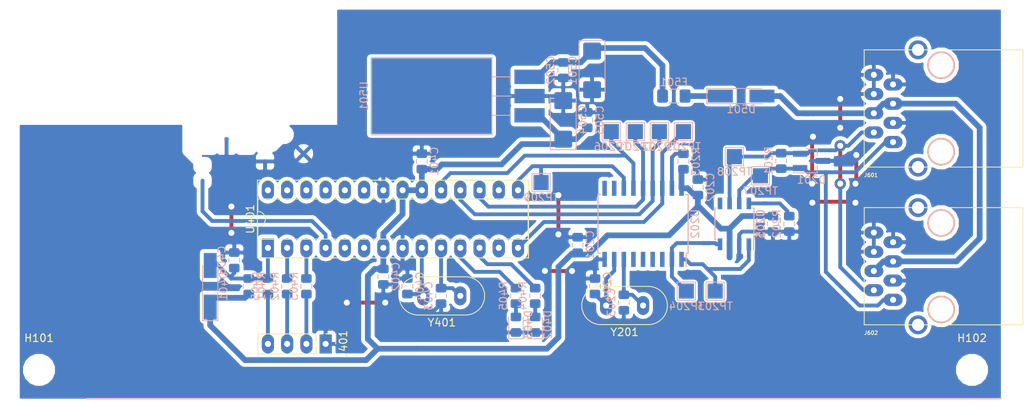
<source format=kicad_pcb>
(kicad_pcb (version 20171130) (host pcbnew 5.0.1)
  (layers (0 F.Cu jumper) (31 B.Cu signal) (34 B.Paste user) (35 F.Paste user) (36 B.SilkS user) (37 F.SilkS user) (38 B.Mask user) (39 F.Mask user) (44 Edge.Cuts user))
  (net 0 "")
  (net 1 GND)
  (net 2 +5V)
  (net 3 /MCU/RESET)
  (net 4 "Net-(C203-Pad1)")
  (net 5 "Net-(C204-Pad1)")
  (net 6 "Net-(C403-Pad1)")
  (net 7 "Net-(C404-Pad1)")
  (net 8 "Net-(C405-Pad2)")
  (net 9 /MCU/LED2)
  (net 10 /MCU/LED1)
  (net 11 "Net-(D501-Pad1)")
  (net 12 "/POWER SUPPLY/+18V_IN")
  (net 13 "/CANBUS CONN/CAN_L")
  (net 14 "/CANBUS CONN/CAN_H")
  (net 15 "Net-(R202-Pad1)")
  (net 16 "Net-(R203-Pad2)")
  (net 17 /MCU/USART_RX)
  (net 18 "Net-(J401-Pad3)")
  (net 19 "Net-(J401-Pad2)")
  (net 20 /MCU/USART_TX)
  (net 21 /MOSI)
  (net 22 /MISO)
  (net 23 /CANBUS/TXCAN)
  (net 24 /CANBUS/RXCAN)
  (net 25 /CANBUS/CS)
  (net 26 /SCK)
  (net 27 /CANBUS/INT)
  (net 28 "Net-(U401-Pad5)")
  (net 29 "Net-(U401-Pad6)")
  (net 30 "Net-(U401-Pad24)")
  (net 31 "Net-(U401-Pad25)")
  (net 32 "Net-(U401-Pad26)")
  (net 33 "Net-(U401-Pad13)")
  (net 34 "Net-(U401-Pad27)")
  (net 35 "Net-(U401-Pad28)")
  (net 36 "Net-(U201-Pad5)")
  (net 37 "Net-(U202-Pad3)")
  (net 38 "Net-(U202-Pad4)")
  (net 39 "Net-(U202-Pad5)")
  (net 40 "Net-(U202-Pad6)")
  (net 41 "Net-(U202-Pad11)")
  (net 42 "Net-(D402-Pad2)")
  (net 43 "Net-(D403-Pad2)")
  (net 44 "Net-(U401-Pad16)")
  (net 45 "Net-(U202-Pad10)")
  (net 46 /MCU/ON_OFF_PUMP)
  (net 47 "Net-(U401-Pad23)")
  (net 48 "Net-(C501-Pad1)")
  (module Capacitor_Tantalum_SMD:CP_EIA-6032-20_AVX-F_Pad2.25x2.35mm_HandSolder (layer B.Cu) (at 153.035 84.235 270)
    (fp_text reference C501 (at 0 2.55 270) (layer B.SilkS) (effects (justify mirror)))
    (fp_text value 1uF)
    (pad 1 smd roundrect (at -2.55 0 270) (size 2.25 2.35) (layers B.Cu B.Paste B.Mask) (roundrect_rratio 0.111111) (net 48 "Net-(C501-Pad1)"))
    (pad 2 smd roundrect (at 2.55 0 270) (size 2.25 2.35) (layers B.Cu B.Paste B.Mask) (roundrect_rratio 0.111111) (net 1 GND))
  )
  (module Capacitor_Tantalum_SMD:CP_EIA-6032-20_AVX-F_Pad2.25x2.35mm_HandSolder (layer B.Cu) (at 149.225 90.78 90)
    (fp_text reference C504 (at 0 2.55 90) (layer B.SilkS) (effects (justify mirror)))
    (fp_text value 1uF)
    (pad 2 smd roundrect (at 2.55 0 90) (size 2.25 2.35) (layers B.Cu B.Paste B.Mask) (roundrect_rratio 0.111111) (net 1 GND))
    (pad 1 smd roundrect (at -2.55 0 90) (size 2.25 2.35) (layers B.Cu B.Paste B.Mask) (roundrect_rratio 0.111111) (net 2 +5V))
  )
  (module KicadZeniteSolarLibrary18:TO-220-3_Horizontal_TabDown_SMD (layer B.Cu) (at 143.51 85.09 270)
    (fp_text reference U501 (at 2.54 20.58 270) (layer B.SilkS) (effects (justify mirror)))
    (fp_text value LM7805)
    (pad "" smd rect (at 2.54 11.684 270) (size 10 16) (layers B.Cu B.Paste B.Mask))
    (pad 1 smd rect (at 0 -1.27 270) (size 1.905 4) (layers B.Cu B.Paste B.Mask) (net 48 "Net-(C501-Pad1)"))
    (pad 2 smd rect (at 2.54 -1.27 270) (size 1.905 4) (layers B.Cu B.Paste B.Mask) (net 1 GND))
    (pad 3 smd rect (at 5.08 -1.27 270) (size 1.905 4) (layers B.Cu B.Paste B.Mask) (net 2 +5V))
  )
  (module Package_TO_SOT_SMD:SOT-23_Handsoldering (layer B.Cu) (at 182 96.2)
    (fp_text reference D201 (at 0 2.5) (layer B.SilkS) (effects (justify mirror)))
    (fp_text value pesd1can)
    (pad 3 smd rect (at 1.5 0) (size 1.9 0.8) (layers B.Cu B.Paste B.Mask) (net 1 GND))
    (pad 2 smd rect (at -1.5 -0.95) (size 1.9 0.8) (layers B.Cu B.Paste B.Mask) (net 13 "/CANBUS CONN/CAN_L"))
    (pad 1 smd rect (at -1.5 0.95) (size 1.9 0.8) (layers B.Cu B.Paste B.Mask) (net 14 "/CANBUS CONN/CAN_H"))
  )
  (module Package_DIP:DIP-28_W7.62mm_Socket (layer F.Cu) (at 110.236 107.696 90)
    (fp_text reference U401 (at 3.81 -2.33 90) (layer F.SilkS))
    (fp_text value ATMEGA328P-PU)
    (pad 1 thru_hole rect (at 0 0 90) (size 2.5 1.6) (drill 0.8) (layers *.Cu *.Mask) (net 3 /MCU/RESET))
    (pad 15 thru_hole oval (at 7.62 33.02 90) (size 2.5 1.6) (drill 0.8) (layers *.Cu *.Mask) (net 27 /CANBUS/INT))
    (pad 2 thru_hole oval (at 0 2.54 90) (size 2.5 1.6) (drill 0.8) (layers *.Cu *.Mask) (net 17 /MCU/USART_RX))
    (pad 16 thru_hole oval (at 7.62 30.48 90) (size 2.5 1.6) (drill 0.8) (layers *.Cu *.Mask) (net 44 "Net-(U401-Pad16)"))
    (pad 3 thru_hole oval (at 0 5.08 90) (size 2.5 1.6) (drill 0.8) (layers *.Cu *.Mask) (net 20 /MCU/USART_TX))
    (pad 17 thru_hole oval (at 7.62 27.94 90) (size 2.5 1.6) (drill 0.8) (layers *.Cu *.Mask) (net 21 /MOSI))
    (pad 4 thru_hole oval (at 0 7.62 90) (size 2.5 1.6) (drill 0.8) (layers *.Cu *.Mask) (net 46 /MCU/ON_OFF_PUMP))
    (pad 18 thru_hole oval (at 7.62 25.4 90) (size 2.5 1.6) (drill 0.8) (layers *.Cu *.Mask) (net 22 /MISO))
    (pad 5 thru_hole oval (at 0 10.16 90) (size 2.5 1.6) (drill 0.8) (layers *.Cu *.Mask) (net 28 "Net-(U401-Pad5)"))
    (pad 19 thru_hole oval (at 7.62 22.86 90) (size 2.5 1.6) (drill 0.8) (layers *.Cu *.Mask) (net 26 /SCK))
    (pad 6 thru_hole oval (at 0 12.7 90) (size 2.5 1.6) (drill 0.8) (layers *.Cu *.Mask) (net 29 "Net-(U401-Pad6)"))
    (pad 20 thru_hole oval (at 7.62 20.32 90) (size 2.5 1.6) (drill 0.8) (layers *.Cu *.Mask) (net 2 +5V))
    (pad 7 thru_hole oval (at 0 15.24 90) (size 2.5 1.6) (drill 0.8) (layers *.Cu *.Mask) (net 2 +5V))
    (pad 21 thru_hole oval (at 7.62 17.78 90) (size 2.5 1.6) (drill 0.8) (layers *.Cu *.Mask) (net 2 +5V))
    (pad 8 thru_hole oval (at 0 17.78 90) (size 2.5 1.6) (drill 0.8) (layers *.Cu *.Mask) (net 1 GND))
    (pad 22 thru_hole oval (at 7.62 15.24 90) (size 2.5 1.6) (drill 0.8) (layers *.Cu *.Mask) (net 1 GND))
    (pad 9 thru_hole oval (at 0 20.32 90) (size 2.5 1.6) (drill 0.8) (layers *.Cu *.Mask) (net 7 "Net-(C404-Pad1)"))
    (pad 23 thru_hole oval (at 7.62 12.7 90) (size 2.5 1.6) (drill 0.8) (layers *.Cu *.Mask) (net 47 "Net-(U401-Pad23)"))
    (pad 10 thru_hole oval (at 0 22.86 90) (size 2.5 1.6) (drill 0.8) (layers *.Cu *.Mask) (net 6 "Net-(C403-Pad1)"))
    (pad 24 thru_hole oval (at 7.62 10.16 90) (size 2.5 1.6) (drill 0.8) (layers *.Cu *.Mask) (net 30 "Net-(U401-Pad24)"))
    (pad 11 thru_hole oval (at 0 25.4 90) (size 2.5 1.6) (drill 0.8) (layers *.Cu *.Mask) (net 10 /MCU/LED1))
    (pad 25 thru_hole oval (at 7.62 7.62 90) (size 2.5 1.6) (drill 0.8) (layers *.Cu *.Mask) (net 31 "Net-(U401-Pad25)"))
    (pad 12 thru_hole oval (at 0 27.94 90) (size 2.5 1.6) (drill 0.8) (layers *.Cu *.Mask) (net 9 /MCU/LED2))
    (pad 26 thru_hole oval (at 7.62 5.08 90) (size 2.5 1.6) (drill 0.8) (layers *.Cu *.Mask) (net 32 "Net-(U401-Pad26)"))
    (pad 13 thru_hole oval (at 0 30.48 90) (size 2.5 1.6) (drill 0.8) (layers *.Cu *.Mask) (net 33 "Net-(U401-Pad13)"))
    (pad 27 thru_hole oval (at 7.62 2.54 90) (size 2.5 1.6) (drill 0.8) (layers *.Cu *.Mask) (net 34 "Net-(U401-Pad27)"))
    (pad 14 thru_hole oval (at 0 33.02 90) (size 2.5 1.6) (drill 0.8) (layers *.Cu *.Mask) (net 25 /CANBUS/CS))
    (pad 28 thru_hole oval (at 7.62 0 90) (size 2.5 1.6) (drill 0.8) (layers *.Cu *.Mask) (net 35 "Net-(U401-Pad28)"))
  )
  (module Fuse:Fuse_1206_3216Metric_Pad1.42x1.75mm_HandSolder (layer B.Cu) (at 163.83 87.63 180)
    (fp_text reference F501 (at 0 1.82 180) (layer B.SilkS) (effects (justify mirror)))
    (fp_text value 500mA)
    (pad 1 smd roundrect (at -1.4875 0 180) (size 1.425 1.75) (layers B.Cu B.Paste B.Mask) (roundrect_rratio 0.175439) (net 11 "Net-(D501-Pad1)"))
    (pad 2 smd roundrect (at 1.4875 0 180) (size 1.425 1.75) (layers B.Cu B.Paste B.Mask) (roundrect_rratio 0.175439) (net 48 "Net-(C501-Pad1)"))
  )
  (module KicadZeniteSolarLibrary18:RJ45_YH59_01 (layer F.Cu) (at 192.778 93.716 90)
    (fp_text reference J601 (at -4.364296 -2.909696) (layer F.SilkS) (effects (font (size 0.5 0.5) (thickness 0.1))))
    (fp_text value RJ45)
    (pad "" np_thru_hole circle (at 10.165 6.346 90) (size 3.65 3.65) (drill 3.2) (layers *.Cu *.SilkS *.Mask))
    (pad "" np_thru_hole circle (at -1.265 6.346 90) (size 3.65 3.65) (drill 3.2) (layers *.Cu *.SilkS *.Mask))
    (pad 1 thru_hole oval (at 0.005 -0.004 90) (size 1.6 2.5) (drill 0.8) (layers *.Cu *.Mask) (net 14 "/CANBUS CONN/CAN_H"))
    (pad 2 thru_hole oval (at 1.275 -2.544 90) (size 1.6 2.5) (drill 0.8) (layers *.Cu *.Mask) (net 13 "/CANBUS CONN/CAN_L"))
    (pad 3 thru_hole oval (at 2.545 -0.004 90) (size 1.6 2.5) (drill 0.8) (layers *.Cu *.Mask) (net 1 GND))
    (pad 4 thru_hole oval (at 3.815 -2.544 90) (size 1.6 2.5) (drill 0.8) (layers *.Cu *.Mask) (net 12 "/POWER SUPPLY/+18V_IN"))
    (pad 5 thru_hole oval (at 5.085 -0.004 90) (size 1.6 2.5) (drill 0.8) (layers *.Cu *.Mask) (net 12 "/POWER SUPPLY/+18V_IN"))
    (pad 6 thru_hole oval (at 6.355 -2.544 90) (size 1.6 2.5) (drill 0.8) (layers *.Cu *.Mask) (net 1 GND))
    (pad 7 thru_hole oval (at 7.625 -0.004 90) (size 1.6 2.5) (drill 0.8) (layers *.Cu *.Mask) (net 1 GND))
    (pad 8 thru_hole oval (at 8.895 -2.544 90) (size 1.6 2.5) (drill 0.8) (layers *.Cu *.Mask) (net 1 GND))
    (pad 9 thru_hole circle (at -3.3 3.296 90) (size 2.5 2.5) (drill 1.6) (layers *.Cu *.Mask))
    (pad 9 thru_hole circle (at 12.2 3.296 90) (size 2.5 2.5) (drill 1.6) (layers *.Cu *.Mask))
  )
  (module KicadZeniteSolarLibrary18:RJ45_YH59_01 (layer F.Cu) (at 192.782 114.571 90)
    (fp_text reference J602 (at -4.364296 -2.909696) (layer F.SilkS) (effects (font (size 0.5 0.5) (thickness 0.1))))
    (fp_text value RJ45)
    (pad "" np_thru_hole circle (at 10.165 6.346 90) (size 3.65 3.65) (drill 3.2) (layers *.Cu *.SilkS *.Mask))
    (pad "" np_thru_hole circle (at -1.265 6.346 90) (size 3.65 3.65) (drill 3.2) (layers *.Cu *.SilkS *.Mask))
    (pad 1 thru_hole oval (at 0.005 -0.004 90) (size 1.6 2.5) (drill 0.8) (layers *.Cu *.Mask) (net 14 "/CANBUS CONN/CAN_H"))
    (pad 2 thru_hole oval (at 1.275 -2.544 90) (size 1.6 2.5) (drill 0.8) (layers *.Cu *.Mask) (net 13 "/CANBUS CONN/CAN_L"))
    (pad 3 thru_hole oval (at 2.545 -0.004 90) (size 1.6 2.5) (drill 0.8) (layers *.Cu *.Mask) (net 1 GND))
    (pad 4 thru_hole oval (at 3.815 -2.544 90) (size 1.6 2.5) (drill 0.8) (layers *.Cu *.Mask) (net 12 "/POWER SUPPLY/+18V_IN"))
    (pad 5 thru_hole oval (at 5.085 -0.004 90) (size 1.6 2.5) (drill 0.8) (layers *.Cu *.Mask) (net 12 "/POWER SUPPLY/+18V_IN"))
    (pad 6 thru_hole oval (at 6.355 -2.544 90) (size 1.6 2.5) (drill 0.8) (layers *.Cu *.Mask) (net 1 GND))
    (pad 7 thru_hole oval (at 7.625 -0.004 90) (size 1.6 2.5) (drill 0.8) (layers *.Cu *.Mask) (net 1 GND))
    (pad 8 thru_hole oval (at 8.895 -2.544 90) (size 1.6 2.5) (drill 0.8) (layers *.Cu *.Mask) (net 1 GND))
    (pad 9 thru_hole circle (at -3.3 3.296 90) (size 2.5 2.5) (drill 1.6) (layers *.Cu *.Mask))
    (pad 9 thru_hole circle (at 12.2 3.296 90) (size 2.5 2.5) (drill 1.6) (layers *.Cu *.Mask))
  )
  (module Capacitor_SMD:C_0805_2012Metric_Pad1.15x1.40mm_HandSolder (layer B.Cu) (at 151.13 107.315 90)
    (fp_text reference C201 (at 0 1.65 90) (layer B.SilkS) (effects (justify mirror)))
    (fp_text value 100nF)
    (pad 1 smd roundrect (at -1.025 0 90) (size 1.15 1.4) (layers B.Cu B.Paste B.Mask) (roundrect_rratio 0.217391) (net 2 +5V))
    (pad 2 smd roundrect (at 1.025 0 90) (size 1.15 1.4) (layers B.Cu B.Paste B.Mask) (roundrect_rratio 0.217391) (net 1 GND))
  )
  (module Capacitor_SMD:C_0805_2012Metric_Pad1.15x1.40mm_HandSolder (layer B.Cu) (at 167.005 99.695 90)
    (fp_text reference C202 (at 0 1.65 90) (layer B.SilkS) (effects (justify mirror)))
    (fp_text value 100nF)
    (pad 1 smd roundrect (at -1.025 0 90) (size 1.15 1.4) (layers B.Cu B.Paste B.Mask) (roundrect_rratio 0.217391) (net 2 +5V))
    (pad 2 smd roundrect (at 1.025 0 90) (size 1.15 1.4) (layers B.Cu B.Paste B.Mask) (roundrect_rratio 0.217391) (net 1 GND))
  )
  (module Capacitor_SMD:C_0805_2012Metric_Pad1.15x1.40mm_HandSolder (layer B.Cu) (at 157.226 114.926 270)
    (fp_text reference C203 (at 0 1.65 270) (layer B.SilkS) (effects (justify mirror)))
    (fp_text value 22pF)
    (pad 1 smd roundrect (at -1.025 0 270) (size 1.15 1.4) (layers B.Cu B.Paste B.Mask) (roundrect_rratio 0.217391) (net 4 "Net-(C203-Pad1)"))
    (pad 2 smd roundrect (at 1.025 0 270) (size 1.15 1.4) (layers B.Cu B.Paste B.Mask) (roundrect_rratio 0.217391) (net 1 GND))
  )
  (module Capacitor_SMD:C_0805_2012Metric_Pad1.15x1.40mm_HandSolder (layer B.Cu) (at 153.416 112.776 90)
    (fp_text reference C204 (at 0 1.65 90) (layer B.SilkS) (effects (justify mirror)))
    (fp_text value 22pF)
    (pad 1 smd roundrect (at -1.025 0 90) (size 1.15 1.4) (layers B.Cu B.Paste B.Mask) (roundrect_rratio 0.217391) (net 5 "Net-(C204-Pad1)"))
    (pad 2 smd roundrect (at 1.025 0 90) (size 1.15 1.4) (layers B.Cu B.Paste B.Mask) (roundrect_rratio 0.217391) (net 1 GND))
  )
  (module Capacitor_SMD:C_0805_2012Metric_Pad1.15x1.40mm_HandSolder (layer B.Cu) (at 176.911 104.521 270)
    (fp_text reference C205 (at 0 1.65 270) (layer B.SilkS) (effects (justify mirror)))
    (fp_text value 100nF)
    (pad 1 smd roundrect (at -1.025 0 270) (size 1.15 1.4) (layers B.Cu B.Paste B.Mask) (roundrect_rratio 0.217391) (net 2 +5V))
    (pad 2 smd roundrect (at 1.025 0 270) (size 1.15 1.4) (layers B.Cu B.Paste B.Mask) (roundrect_rratio 0.217391) (net 1 GND))
  )
  (module Capacitor_SMD:C_0805_2012Metric_Pad1.15x1.40mm_HandSolder (layer B.Cu) (at 130.556 96.266 90)
    (fp_text reference C401 (at 0 1.65 90) (layer B.SilkS) (effects (justify mirror)))
    (fp_text value 100nF)
    (pad 1 smd roundrect (at -1.025 0 90) (size 1.15 1.4) (layers B.Cu B.Paste B.Mask) (roundrect_rratio 0.217391) (net 2 +5V))
    (pad 2 smd roundrect (at 1.025 0 90) (size 1.15 1.4) (layers B.Cu B.Paste B.Mask) (roundrect_rratio 0.217391) (net 1 GND))
  )
  (module Capacitor_SMD:C_0805_2012Metric_Pad1.15x1.40mm_HandSolder (layer B.Cu) (at 125.476 111.506 90)
    (fp_text reference C402 (at 0 1.65 90) (layer B.SilkS) (effects (justify mirror)))
    (fp_text value 100nF)
    (pad 1 smd roundrect (at -1.025 0 90) (size 1.15 1.4) (layers B.Cu B.Paste B.Mask) (roundrect_rratio 0.217391) (net 1 GND))
    (pad 2 smd roundrect (at 1.025 0 90) (size 1.15 1.4) (layers B.Cu B.Paste B.Mask) (roundrect_rratio 0.217391) (net 2 +5V))
  )
  (module Capacitor_SMD:C_0805_2012Metric_Pad1.15x1.40mm_HandSolder (layer B.Cu) (at 133.096 114.046 270)
    (fp_text reference C403 (at 0 1.65 270) (layer B.SilkS) (effects (justify mirror)))
    (fp_text value 22pF)
    (pad 1 smd roundrect (at -1.025 0 270) (size 1.15 1.4) (layers B.Cu B.Paste B.Mask) (roundrect_rratio 0.217391) (net 6 "Net-(C403-Pad1)"))
    (pad 2 smd roundrect (at 1.025 0 270) (size 1.15 1.4) (layers B.Cu B.Paste B.Mask) (roundrect_rratio 0.217391) (net 1 GND))
  )
  (module Capacitor_SMD:C_0805_2012Metric_Pad1.15x1.40mm_HandSolder (layer B.Cu) (at 128.651 112.776 90)
    (fp_text reference C404 (at 0 1.65 90) (layer B.SilkS) (effects (justify mirror)))
    (fp_text value 22pF)
    (pad 1 smd roundrect (at -1.025 0 90) (size 1.15 1.4) (layers B.Cu B.Paste B.Mask) (roundrect_rratio 0.217391) (net 7 "Net-(C404-Pad1)"))
    (pad 2 smd roundrect (at 1.025 0 90) (size 1.15 1.4) (layers B.Cu B.Paste B.Mask) (roundrect_rratio 0.217391) (net 1 GND))
  )
  (module Capacitor_SMD:C_0805_2012Metric_Pad1.15x1.40mm_HandSolder (layer B.Cu) (at 110.236 112.776 270)
    (fp_text reference C405 (at 0 1.65 270) (layer B.SilkS) (effects (justify mirror)))
    (fp_text value 100nF)
    (pad 1 smd roundrect (at -1.025 0 270) (size 1.15 1.4) (layers B.Cu B.Paste B.Mask) (roundrect_rratio 0.217391) (net 3 /MCU/RESET))
    (pad 2 smd roundrect (at 1.025 0 270) (size 1.15 1.4) (layers B.Cu B.Paste B.Mask) (roundrect_rratio 0.217391) (net 8 "Net-(C405-Pad2)"))
  )
  (module Capacitor_SMD:C_0805_2012Metric_Pad1.15x1.40mm_HandSolder (layer B.Cu) (at 105.791 109.341 270)
    (fp_text reference C406 (at 0 1.65 270) (layer B.SilkS) (effects (justify mirror)))
    (fp_text value 100nF)
    (pad 1 smd roundrect (at -1.025 0 270) (size 1.15 1.4) (layers B.Cu B.Paste B.Mask) (roundrect_rratio 0.217391) (net 1 GND))
    (pad 2 smd roundrect (at 1.025 0 270) (size 1.15 1.4) (layers B.Cu B.Paste B.Mask) (roundrect_rratio 0.217391) (net 3 /MCU/RESET))
  )
  (module Capacitor_SMD:C_0805_2012Metric_Pad1.15x1.40mm_HandSolder (layer B.Cu) (at 149.225 84.21 270)
    (fp_text reference C502 (at 0 1.65 270) (layer B.SilkS) (effects (justify mirror)))
    (fp_text value 100nF)
    (pad 1 smd roundrect (at -1.025 0 270) (size 1.15 1.4) (layers B.Cu B.Paste B.Mask) (roundrect_rratio 0.217391) (net 48 "Net-(C501-Pad1)"))
    (pad 2 smd roundrect (at 1.025 0 270) (size 1.15 1.4) (layers B.Cu B.Paste B.Mask) (roundrect_rratio 0.217391) (net 1 GND))
  )
  (module Capacitor_SMD:C_0805_2012Metric_Pad1.15x1.40mm_HandSolder (layer B.Cu) (at 152.4 90.805 90)
    (fp_text reference C503 (at 0 1.65 90) (layer B.SilkS) (effects (justify mirror)))
    (fp_text value 100nF)
    (pad 1 smd roundrect (at -1.025 0 90) (size 1.15 1.4) (layers B.Cu B.Paste B.Mask) (roundrect_rratio 0.217391) (net 2 +5V))
    (pad 2 smd roundrect (at 1.025 0 90) (size 1.15 1.4) (layers B.Cu B.Paste B.Mask) (roundrect_rratio 0.217391) (net 1 GND))
  )
  (module Connector_PinHeader_2.54mm:PinHeader_1x04_P2.54mm_Vertical (layer F.Cu) (at 117.856 120.396 270)
    (fp_text reference J401 (at 0 -2.33 270) (layer F.SilkS))
    (fp_text value USART)
    (pad 1 thru_hole rect (at 0 0 270) (size 2.5 1.6) (drill 0.8) (layers *.Cu *.Mask) (net 1 GND))
    (pad 2 thru_hole oval (at 0 2.54 270) (size 2.5 1.6) (drill 0.8) (layers *.Cu *.Mask) (net 19 "Net-(J401-Pad2)"))
    (pad 3 thru_hole oval (at 0 5.08 270) (size 2.5 1.6) (drill 0.8) (layers *.Cu *.Mask) (net 18 "Net-(J401-Pad3)"))
    (pad 4 thru_hole oval (at 0 7.62 270) (size 2.5 1.6) (drill 0.8) (layers *.Cu *.Mask) (net 8 "Net-(C405-Pad2)"))
  )
  (module Crystal:Crystal_HC49-U_Vertical (layer F.Cu) (at 159.766 115.316 180)
    (fp_text reference Y201 (at 2.44 -3.525 180) (layer F.SilkS))
    (fp_text value 16MHz)
    (pad 1 thru_hole oval (at 0 0 180) (size 1.6 2.5) (drill 0.8) (layers *.Cu *.Mask) (net 4 "Net-(C203-Pad1)"))
    (pad 2 thru_hole oval (at 4.88 0 180) (size 1.6 2.5) (drill 0.8) (layers *.Cu *.Mask) (net 5 "Net-(C204-Pad1)"))
  )
  (module Crystal:Crystal_HC49-U_Vertical (layer F.Cu) (at 135.636 114.046 180)
    (fp_text reference Y401 (at 2.44 -3.525 180) (layer F.SilkS))
    (fp_text value 16MHz)
    (pad 1 thru_hole oval (at 0 0 180) (size 1.6 2.5) (drill 0.8) (layers *.Cu *.Mask) (net 6 "Net-(C403-Pad1)"))
    (pad 2 thru_hole oval (at 4.88 0 180) (size 1.6 2.5) (drill 0.8) (layers *.Cu *.Mask) (net 7 "Net-(C404-Pad1)"))
  )
  (module Diode_SMD:D_MiniMELF_Handsoldering (layer B.Cu) (at 102.616 112.776 90)
    (fp_text reference D401 (at 0 1.75 90) (layer B.SilkS) (effects (justify mirror)))
    (fp_text value LL4148)
    (pad 1 smd rect (at -2.75 0 90) (size 3.3 1.7) (layers B.Cu B.Paste B.Mask) (net 2 +5V))
    (pad 2 smd rect (at 2.75 0 90) (size 3.3 1.7) (layers B.Cu B.Paste B.Mask) (net 3 /MCU/RESET))
  )
  (module Diode_SMD:D_MiniMELF_Handsoldering (layer B.Cu) (at 172.72 87.63)
    (fp_text reference D501 (at 0 1.75) (layer B.SilkS) (effects (justify mirror)))
    (fp_text value LL4148)
    (pad 1 smd rect (at -2.75 0) (size 3.3 1.7) (layers B.Cu B.Paste B.Mask) (net 11 "Net-(D501-Pad1)"))
    (pad 2 smd rect (at 2.75 0) (size 3.3 1.7) (layers B.Cu B.Paste B.Mask) (net 12 "/POWER SUPPLY/+18V_IN"))
  )
  (module LED_SMD:LED_0805_2012Metric_Pad1.15x1.40mm_HandSolder (layer B.Cu) (at 142.981344 117.856 90)
    (fp_text reference D403 (at 0 1.65 90) (layer B.SilkS) (effects (justify mirror)))
    (fp_text value LED_RED)
    (pad 1 smd roundrect (at -1.025 0 90) (size 1.15 1.4) (layers B.Cu B.Paste B.Mask) (roundrect_rratio 0.217391) (net 1 GND))
    (pad 2 smd roundrect (at 1.025 0 90) (size 1.15 1.4) (layers B.Cu B.Paste B.Mask) (roundrect_rratio 0.217391) (net 43 "Net-(D403-Pad2)"))
  )
  (module LED_SMD:LED_0805_2012Metric_Pad1.15x1.40mm_HandSolder (layer B.Cu) (at 145.521344 117.856 90)
    (fp_text reference D402 (at 0 1.65 90) (layer B.SilkS) (effects (justify mirror)))
    (fp_text value LED_RED)
    (pad 1 smd roundrect (at -1.025 0 90) (size 1.15 1.4) (layers B.Cu B.Paste B.Mask) (roundrect_rratio 0.217391) (net 1 GND))
    (pad 2 smd roundrect (at 1.025 0 90) (size 1.15 1.4) (layers B.Cu B.Paste B.Mask) (roundrect_rratio 0.217391) (net 42 "Net-(D402-Pad2)"))
  )
  (module MountingHole:MountingHole_3.2mm_M3 (layer F.Cu) (at 203.2 123.825)
    (fp_text reference H102 (at 0 -4.2) (layer F.SilkS))
    (fp_text value MountingHole)
    (pad 1 np_thru_hole circle (at 0 0) (size 3.2 3.2) (drill 3.2) (layers *.Cu *.Mask))
  )
  (module MountingHole:MountingHole_3.2mm_M3 (layer F.Cu) (at 80.01 123.825)
    (fp_text reference H101 (at 0 -4.2) (layer F.SilkS))
    (fp_text value MountingHole)
    (pad 1 np_thru_hole circle (at 0 0) (size 3.2 3.2) (drill 3.2) (layers *.Cu *.Mask))
  )
  (module Package_SO:SOIC-18W_7.5x11.6mm_P1.27mm (layer B.Cu) (at 159.766 104.521 90)
    (fp_text reference U202 (at 0 6.875 90) (layer B.SilkS) (effects (justify mirror)))
    (fp_text value MCP2515-xSO)
    (pad 1 smd rect (at -4.7 5.08 90) (size 2 0.6) (layers B.Cu B.Paste B.Mask) (net 23 /CANBUS/TXCAN))
    (pad 2 smd rect (at -4.7 3.81 90) (size 2 0.6) (layers B.Cu B.Paste B.Mask) (net 24 /CANBUS/RXCAN))
    (pad 3 smd rect (at -4.7 2.54 90) (size 2 0.6) (layers B.Cu B.Paste B.Mask) (net 37 "Net-(U202-Pad3)"))
    (pad 4 smd rect (at -4.7 1.27 90) (size 2 0.6) (layers B.Cu B.Paste B.Mask) (net 38 "Net-(U202-Pad4)"))
    (pad 5 smd rect (at -4.7 0 90) (size 2 0.6) (layers B.Cu B.Paste B.Mask) (net 39 "Net-(U202-Pad5)"))
    (pad 6 smd rect (at -4.7 -1.27 90) (size 2 0.6) (layers B.Cu B.Paste B.Mask) (net 40 "Net-(U202-Pad6)"))
    (pad 7 smd rect (at -4.7 -2.54 90) (size 2 0.6) (layers B.Cu B.Paste B.Mask) (net 4 "Net-(C203-Pad1)"))
    (pad 8 smd rect (at -4.7 -3.81 90) (size 2 0.6) (layers B.Cu B.Paste B.Mask) (net 5 "Net-(C204-Pad1)"))
    (pad 9 smd rect (at -4.7 -5.08 90) (size 2 0.6) (layers B.Cu B.Paste B.Mask) (net 1 GND))
    (pad 10 smd rect (at 4.7 -5.08 90) (size 2 0.6) (layers B.Cu B.Paste B.Mask) (net 45 "Net-(U202-Pad10)"))
    (pad 11 smd rect (at 4.7 -3.81 90) (size 2 0.6) (layers B.Cu B.Paste B.Mask) (net 41 "Net-(U202-Pad11)"))
    (pad 12 smd rect (at 4.7 -2.54 90) (size 2 0.6) (layers B.Cu B.Paste B.Mask) (net 27 /CANBUS/INT))
    (pad 13 smd rect (at 4.7 -1.27 90) (size 2 0.6) (layers B.Cu B.Paste B.Mask) (net 26 /SCK))
    (pad 14 smd rect (at 4.7 0 90) (size 2 0.6) (layers B.Cu B.Paste B.Mask) (net 21 /MOSI))
    (pad 15 smd rect (at 4.7 1.27 90) (size 2 0.6) (layers B.Cu B.Paste B.Mask) (net 22 /MISO))
    (pad 16 smd rect (at 4.7 2.54 90) (size 2 0.6) (layers B.Cu B.Paste B.Mask) (net 25 /CANBUS/CS))
    (pad 17 smd rect (at 4.7 3.81 90) (size 2 0.6) (layers B.Cu B.Paste B.Mask) (net 16 "Net-(R203-Pad2)"))
    (pad 18 smd rect (at 4.7 5.08 90) (size 2 0.6) (layers B.Cu B.Paste B.Mask) (net 2 +5V))
  )
  (module Package_SO:SOIC-8_3.9x4.9mm_P1.27mm (layer B.Cu) (at 171.831 104.521 90)
    (fp_text reference U201 (at 0 3.5 90) (layer B.SilkS) (effects (justify mirror)))
    (fp_text value MCP2551-I/SN)
    (pad 1 smd rect (at -2.7 1.905 90) (size 1.55 0.6) (layers B.Cu B.Paste B.Mask) (net 23 /CANBUS/TXCAN))
    (pad 2 smd rect (at -2.7 0.635 90) (size 1.55 0.6) (layers B.Cu B.Paste B.Mask) (net 1 GND))
    (pad 3 smd rect (at -2.7 -0.635 90) (size 1.55 0.6) (layers B.Cu B.Paste B.Mask) (net 2 +5V))
    (pad 4 smd rect (at -2.7 -1.905 90) (size 1.55 0.6) (layers B.Cu B.Paste B.Mask) (net 24 /CANBUS/RXCAN))
    (pad 5 smd rect (at 2.7 -1.905 90) (size 1.55 0.6) (layers B.Cu B.Paste B.Mask) (net 36 "Net-(U201-Pad5)"))
    (pad 6 smd rect (at 2.7 -0.635 90) (size 1.55 0.6) (layers B.Cu B.Paste B.Mask) (net 13 "/CANBUS CONN/CAN_L"))
    (pad 7 smd rect (at 2.7 0.635 90) (size 1.55 0.6) (layers B.Cu B.Paste B.Mask) (net 14 "/CANBUS CONN/CAN_H"))
    (pad 8 smd rect (at 2.7 1.905 90) (size 1.55 0.6) (layers B.Cu B.Paste B.Mask) (net 15 "Net-(R202-Pad1)"))
  )
  (module Resistor_SMD:R_0805_2012Metric_Pad1.15x1.40mm_HandSolder (layer B.Cu) (at 165.1 96.275 90)
    (fp_text reference R203 (at 0 1.65 90) (layer B.SilkS) (effects (justify mirror)))
    (fp_text value 10k)
    (pad 1 smd roundrect (at -1.025 0 90) (size 1.15 1.4) (layers B.Cu B.Paste B.Mask) (roundrect_rratio 0.217391) (net 2 +5V))
    (pad 2 smd roundrect (at 1.025 0 90) (size 1.15 1.4) (layers B.Cu B.Paste B.Mask) (roundrect_rratio 0.217391) (net 16 "Net-(R203-Pad2)"))
  )
  (module Resistor_SMD:R_0805_2012Metric_Pad1.15x1.40mm_HandSolder (layer B.Cu) (at 179.07 104.521 270)
    (fp_text reference R202 (at 0 1.65 270) (layer B.SilkS) (effects (justify mirror)))
    (fp_text value 4k7)
    (pad 1 smd roundrect (at -1.025 0 270) (size 1.15 1.4) (layers B.Cu B.Paste B.Mask) (roundrect_rratio 0.217391) (net 15 "Net-(R202-Pad1)"))
    (pad 2 smd roundrect (at 1.025 0 270) (size 1.15 1.4) (layers B.Cu B.Paste B.Mask) (roundrect_rratio 0.217391) (net 1 GND))
  )
  (module Resistor_SMD:R_0805_2012Metric_Pad1.15x1.40mm_HandSolder (layer B.Cu) (at 178 96.2 270)
    (fp_text reference R201 (at 0 1.65 270) (layer B.SilkS) (effects (justify mirror)))
    (fp_text value 120)
    (pad 1 smd roundrect (at -1.025 0 270) (size 1.15 1.4) (layers B.Cu B.Paste B.Mask) (roundrect_rratio 0.217391) (net 13 "/CANBUS CONN/CAN_L"))
    (pad 2 smd roundrect (at 1.025 0 270) (size 1.15 1.4) (layers B.Cu B.Paste B.Mask) (roundrect_rratio 0.217391) (net 14 "/CANBUS CONN/CAN_H"))
  )
  (module Resistor_SMD:R_0805_2012Metric_Pad1.15x1.40mm_HandSolder (layer B.Cu) (at 142.981344 114.046 270)
    (fp_text reference R405 (at 0 1.65 270) (layer B.SilkS) (effects (justify mirror)))
    (fp_text value 1k)
    (pad 1 smd roundrect (at -1.025 0 270) (size 1.15 1.4) (layers B.Cu B.Paste B.Mask) (roundrect_rratio 0.217391) (net 10 /MCU/LED1))
    (pad 2 smd roundrect (at 1.025 0 270) (size 1.15 1.4) (layers B.Cu B.Paste B.Mask) (roundrect_rratio 0.217391) (net 43 "Net-(D403-Pad2)"))
  )
  (module Resistor_SMD:R_0805_2012Metric_Pad1.15x1.40mm_HandSolder (layer B.Cu) (at 107.696 112.776 90)
    (fp_text reference R401 (at 0 1.65 90) (layer B.SilkS) (effects (justify mirror)))
    (fp_text value 10k)
    (pad 1 smd roundrect (at -1.025 0 90) (size 1.15 1.4) (layers B.Cu B.Paste B.Mask) (roundrect_rratio 0.217391) (net 2 +5V))
    (pad 2 smd roundrect (at 1.025 0 90) (size 1.15 1.4) (layers B.Cu B.Paste B.Mask) (roundrect_rratio 0.217391) (net 3 /MCU/RESET))
  )
  (module Resistor_SMD:R_0805_2012Metric_Pad1.15x1.40mm_HandSolder (layer B.Cu) (at 112.776 112.776 270)
    (fp_text reference R402 (at 0 1.65 270) (layer B.SilkS) (effects (justify mirror)))
    (fp_text value 1k)
    (pad 1 smd roundrect (at -1.025 0 270) (size 1.15 1.4) (layers B.Cu B.Paste B.Mask) (roundrect_rratio 0.217391) (net 17 /MCU/USART_RX))
    (pad 2 smd roundrect (at 1.025 0 270) (size 1.15 1.4) (layers B.Cu B.Paste B.Mask) (roundrect_rratio 0.217391) (net 18 "Net-(J401-Pad3)"))
  )
  (module Resistor_SMD:R_0805_2012Metric_Pad1.15x1.40mm_HandSolder (layer B.Cu) (at 115.316 112.776 270)
    (fp_text reference R403 (at 0 1.65 270) (layer B.SilkS) (effects (justify mirror)))
    (fp_text value 1k)
    (pad 1 smd roundrect (at -1.025 0 270) (size 1.15 1.4) (layers B.Cu B.Paste B.Mask) (roundrect_rratio 0.217391) (net 20 /MCU/USART_TX))
    (pad 2 smd roundrect (at 1.025 0 270) (size 1.15 1.4) (layers B.Cu B.Paste B.Mask) (roundrect_rratio 0.217391) (net 19 "Net-(J401-Pad2)"))
  )
  (module Resistor_SMD:R_0805_2012Metric_Pad1.15x1.40mm_HandSolder (layer B.Cu) (at 145.521344 114.046 270)
    (fp_text reference R404 (at 0 1.65 270) (layer B.SilkS) (effects (justify mirror)))
    (fp_text value 1k)
    (pad 1 smd roundrect (at -1.025 0 270) (size 1.15 1.4) (layers B.Cu B.Paste B.Mask) (roundrect_rratio 0.217391) (net 9 /MCU/LED2))
    (pad 2 smd roundrect (at 1.025 0 270) (size 1.15 1.4) (layers B.Cu B.Paste B.Mask) (roundrect_rratio 0.217391) (net 42 "Net-(D402-Pad2)"))
  )
  (module TestPoint:TestPoint_Pad_2.0x2.0mm (layer B.Cu) (at 165.1 92.329)
    (fp_text reference TP205 (at 0 1.998) (layer B.SilkS) (effects (justify mirror)))
    (fp_text value SC)
    (pad 1 smd rect (at 0 0) (size 2 2) (layers B.Cu B.Mask) (net 25 /CANBUS/CS))
  )
  (module TestPoint:TestPoint_Pad_2.0x2.0mm (layer B.Cu) (at 155.575 92.329)
    (fp_text reference TP206 (at 0 1.998) (layer B.SilkS) (effects (justify mirror)))
    (fp_text value SCK)
    (pad 1 smd rect (at 0 0) (size 2 2) (layers B.Cu B.Mask) (net 26 /SCK))
  )
  (module TestPoint:TestPoint_Pad_2.0x2.0mm (layer B.Cu) (at 175.26 98.171)
    (fp_text reference TP207 (at 0 1.998) (layer B.SilkS) (effects (justify mirror)))
    (fp_text value CAN_H)
    (pad 1 smd rect (at 0 0) (size 2 2) (layers B.Cu B.Mask) (net 14 "/CANBUS CONN/CAN_H"))
  )
  (module TestPoint:TestPoint_Pad_2.0x2.0mm (layer B.Cu) (at 171.831 95.631)
    (fp_text reference TP208 (at 0 1.998) (layer B.SilkS) (effects (justify mirror)))
    (fp_text value CAN_L)
    (pad 1 smd rect (at 0 0) (size 2 2) (layers B.Cu B.Mask) (net 13 "/CANBUS CONN/CAN_L"))
  )
  (module TestPoint:TestPoint_Pad_2.0x2.0mm (layer B.Cu) (at 146.304 99.06)
    (fp_text reference TP209 (at 0 1.998) (layer B.SilkS) (effects (justify mirror)))
    (fp_text value INT)
    (pad 1 smd rect (at 0 0) (size 2 2) (layers B.Cu B.Mask) (net 27 /CANBUS/INT))
  )
  (module TestPoint:TestPoint_Pad_2.0x2.0mm (layer B.Cu) (at 169.291 113.411)
    (fp_text reference TP203 (at 0 1.998) (layer B.SilkS) (effects (justify mirror)))
    (fp_text value TXCAN)
    (pad 1 smd rect (at 0 0) (size 2 2) (layers B.Cu B.Mask) (net 23 /CANBUS/TXCAN))
  )
  (module TestPoint:TestPoint_Pad_2.0x2.0mm (layer B.Cu) (at 158.75 92.329)
    (fp_text reference TP201 (at 0 1.998) (layer B.SilkS) (effects (justify mirror)))
    (fp_text value SI)
    (pad 1 smd rect (at 0 0) (size 2 2) (layers B.Cu B.Mask) (net 21 /MOSI))
  )
  (module TestPoint:TestPoint_Pad_2.0x2.0mm (layer B.Cu) (at 161.925 92.329)
    (fp_text reference TP202 (at 0 1.998) (layer B.SilkS) (effects (justify mirror)))
    (fp_text value SO)
    (pad 1 smd rect (at 0 0) (size 2 2) (layers B.Cu B.Mask) (net 22 /MISO))
  )
  (module TestPoint:TestPoint_Pad_2.0x2.0mm (layer B.Cu) (at 165.481 113.411)
    (fp_text reference TP204 (at 0 1.998) (layer B.SilkS) (effects (justify mirror)))
    (fp_text value RXCAN)
    (pad 1 smd rect (at 0 0) (size 2 2) (layers B.Cu B.Mask) (net 24 /CANBUS/RXCAN))
  )
  (gr_line (start 86.36 127.635) (end 207.01 127.635) (layer B.SilkS) (width 0.2))
  (segment (start 128.651 115.951) (end 127.216001 114.516001) (width 0.25) (layer B.Cu) (net 1))
  (segment (start 132.216 115.951) (end 128.651 115.951) (width 0.508) (layer B.Cu) (net 1))
  (segment (start 133.096 115.071) (end 132.216 115.951) (width 0.508) (layer B.Cu) (net 1))
  (segment (start 127.461001 111.751) (end 127.216001 111.506) (width 0.508) (layer B.Cu) (net 1))
  (segment (start 128.651 111.751) (end 127.461001 111.751) (width 0.508) (layer B.Cu) (net 1))
  (segment (start 125.476 97.781) (end 125.476 100.076) (width 0.508) (layer B.Cu) (net 1))
  (segment (start 128.016 95.241) (end 125.476 97.781) (width 0.508) (layer B.Cu) (net 1))
  (segment (start 130.556 95.241) (end 128.016 95.241) (width 0.508) (layer B.Cu) (net 1))
  (via (at 185.801 88.011) (size 1.5) (drill 0.8) (layers F.Cu B.Cu) (net 1))
  (via (at 185.801 91.821) (size 1.5) (drill 0.8) (layers F.Cu B.Cu) (net 1))
  (via (at 182.118 101.727) (size 1.5) (drill 0.8) (layers F.Cu B.Cu) (net 1))
  (segment (start 128.651 115.951) (end 128.594798 115.951) (width 0.508) (layer B.Cu) (net 1))
  (segment (start 128.594798 115.951) (end 127.18899 114.545192) (width 0.508) (layer B.Cu) (net 1))
  (segment (start 127.18899 111.152011) (end 127.216001 111.125) (width 0.508) (layer B.Cu) (net 1))
  (segment (start 127.18899 114.545192) (end 127.18899 111.152011) (width 0.508) (layer B.Cu) (net 1))
  (segment (start 127.216001 111.506) (end 127.216001 111.125) (width 0.508) (layer B.Cu) (net 1))
  (segment (start 128.016 110.325001) (end 128.016 107.696) (width 0.508) (layer B.Cu) (net 1))
  (segment (start 127.216001 111.125) (end 128.016 110.325001) (width 0.508) (layer B.Cu) (net 1))
  (via (at 146.812 110.744006) (size 1.5) (drill 0.8) (layers F.Cu B.Cu) (net 1))
  (segment (start 178.816 105.546) (end 176.911 105.546) (width 0.508) (layer B.Cu) (net 1))
  (segment (start 176.911 105.546) (end 172.858 105.546) (width 0.508) (layer B.Cu) (net 1))
  (segment (start 172.858 105.546) (end 172.466 105.938) (width 0.508) (layer B.Cu) (net 1))
  (via (at 187.810709 101.727) (size 1.5) (drill 0.8) (layers F.Cu B.Cu) (net 1))
  (segment (start 181.864 101.727) (end 181.990994 101.600006) (width 0.508) (layer F.Cu) (net 1))
  (segment (start 186.39134 101.600006) (end 187.452 101.600006) (width 0.508) (layer F.Cu) (net 1))
  (segment (start 181.990994 101.600006) (end 186.39134 101.600006) (width 0.508) (layer F.Cu) (net 1))
  (segment (start 185.801 91.821) (end 185.801 88.011) (width 0.508) (layer F.Cu) (net 1))
  (via (at 187.923354 95.423354) (size 1.5) (drill 0.8) (layers F.Cu B.Cu) (net 1))
  (segment (start 187.146708 96.2) (end 183.5 96.2) (width 0.508) (layer B.Cu) (net 1))
  (segment (start 187.923354 95.423354) (end 187.146708 96.2) (width 0.508) (layer B.Cu) (net 1))
  (segment (start 187.923354 99.099147) (end 187.810709 99.211792) (width 0.508) (layer F.Cu) (net 1))
  (segment (start 187.698917 99.1) (end 187.810709 99.211792) (width 0.508) (layer B.Cu) (net 1))
  (via (at 187.810709 99.211792) (size 1.5) (drill 0.8) (layers F.Cu B.Cu) (net 1))
  (segment (start 187.4 99.1) (end 187.698917 99.1) (width 0.508) (layer B.Cu) (net 1))
  (segment (start 187.923354 95.423354) (end 187.923354 99.099147) (width 0.508) (layer F.Cu) (net 1))
  (via (at 182.087104 99.21201) (size 1.5) (drill 0.8) (layers F.Cu B.Cu) (net 1))
  (via (at 182.2 93) (size 1.5) (drill 0.8) (layers F.Cu B.Cu) (net 1))
  (segment (start 182.087104 99.21201) (end 182.087104 93.112896) (width 0.508) (layer F.Cu) (net 1))
  (segment (start 182.087104 93.112896) (end 182.2 93) (width 0.508) (layer F.Cu) (net 1))
  (segment (start 148.625 87.63) (end 149.225 88.23) (width 0.508) (layer B.Cu) (net 1))
  (segment (start 144.78 87.63) (end 148.625 87.63) (width 0.508) (layer B.Cu) (net 1))
  (segment (start 146.812006 110.744) (end 146.827962 110.759956) (width 0.508) (layer F.Cu) (net 1))
  (segment (start 146.827962 110.759956) (end 149.323296 110.759956) (width 0.508) (layer F.Cu) (net 1))
  (segment (start 149.323296 110.759956) (end 150.383956 110.759956) (width 0.508) (layer F.Cu) (net 1))
  (via (at 150.383956 110.759956) (size 1.5) (drill 0.8) (layers F.Cu B.Cu) (net 1))
  (via (at 125.73 114.935) (size 1.5) (drill 0.8) (layers F.Cu B.Cu) (net 1))
  (via (at 148.59 100.734968) (size 1.5) (drill 0.8) (layers F.Cu B.Cu) (net 1))
  (via (at 148.59 105.917998) (size 1.5) (drill 0.8) (layers F.Cu B.Cu) (net 1))
  (segment (start 148.59 100.734968) (end 148.59 105.917998) (width 0.508) (layer F.Cu) (net 1))
  (segment (start 172.466 106.299) (end 172.466 108.331) (width 0.508) (layer B.Cu) (net 1))
  (segment (start 172.466 106.299) (end 172.466 107.221) (width 0.508) (layer B.Cu) (net 1))
  (segment (start 172.466 105.938) (end 172.466 106.299) (width 0.508) (layer B.Cu) (net 1))
  (segment (start 172.466 108.331) (end 172.466 108.712) (width 0.508) (layer B.Cu) (net 1))
  (segment (start 172.466 108.712) (end 172.466 108.966) (width 0.508) (layer B.Cu) (net 1))
  (segment (start 125.73 114.935) (end 121.285 114.935) (width 0.508) (layer F.Cu) (net 1))
  (via (at 120.65 114.935) (size 1.5) (drill 0.8) (layers F.Cu B.Cu) (net 1))
  (segment (start 119.58934 114.935) (end 117.856 116.66834) (width 0.508) (layer B.Cu) (net 1))
  (segment (start 117.856 118.638) (end 117.856 120.396) (width 0.508) (layer B.Cu) (net 1))
  (segment (start 117.856 116.66834) (end 117.856 118.638) (width 0.508) (layer B.Cu) (net 1))
  (segment (start 120.65 114.935) (end 119.58934 114.935) (width 0.508) (layer B.Cu) (net 1))
  (segment (start 125.476 99.626) (end 125.476 100.076) (width 0.508) (layer B.Cu) (net 1))
  (segment (start 122.125 96.275) (end 125.476 99.626) (width 0.508) (layer B.Cu) (net 1))
  (via (at 105.41 105.7155) (size 1.5) (drill 0.8) (layers F.Cu B.Cu) (net 1))
  (segment (start 105.41 105.7155) (end 105.41 102.235) (width 0.508) (layer F.Cu) (net 1))
  (via (at 105.41 102.235) (size 1.5) (drill 0.8) (layers F.Cu B.Cu) (net 1))
  (segment (start 171.196 107.221) (end 171.196 105.791) (width 0.762) (layer B.Cu) (net 2))
  (segment (start 125.476 107.696) (end 125.476 110.481) (width 0.762) (layer B.Cu) (net 2))
  (segment (start 125.476 107.696) (end 125.476 105.791) (width 0.762) (layer B.Cu) (net 2))
  (segment (start 125.476 105.791) (end 128.016 103.251) (width 0.762) (layer B.Cu) (net 2))
  (segment (start 130.556 100.076) (end 128.016 100.076) (width 0.762) (layer B.Cu) (net 2))
  (segment (start 130.556 97.291) (end 130.556 100.076) (width 0.762) (layer B.Cu) (net 2))
  (segment (start 171.196 107.221) (end 171.196 108.783566) (width 0.762) (layer B.Cu) (net 2))
  (segment (start 171.196 108.783566) (end 171.196 108.966) (width 0.762) (layer B.Cu) (net 2))
  (segment (start 171.196 105.156) (end 171.196 105.791) (width 0.762) (layer B.Cu) (net 2))
  (segment (start 164.856 99.831) (end 164.846 99.821) (width 0.762) (layer B.Cu) (net 2))
  (segment (start 171.196 105.156) (end 170.053 105.156) (width 0.762) (layer B.Cu) (net 2))
  (segment (start 170.053 105.156) (end 167.005 102.108) (width 0.762) (layer B.Cu) (net 2))
  (segment (start 164.846 99.821) (end 164.846 97.3) (width 0.762) (layer B.Cu) (net 2))
  (segment (start 128.016 102.87) (end 128.016 100.076) (width 0.762) (layer B.Cu) (net 2))
  (segment (start 128.016 103.251) (end 128.016 102.87) (width 0.762) (layer B.Cu) (net 2))
  (segment (start 123.432001 119.749001) (end 124.714 121.031) (width 0.762) (layer B.Cu) (net 2))
  (segment (start 123.432001 111.390999) (end 123.432001 119.749001) (width 0.762) (layer B.Cu) (net 2))
  (segment (start 125.476 110.481) (end 124.342 110.481) (width 0.762) (layer B.Cu) (net 2))
  (segment (start 124.342 110.481) (end 123.432001 111.390999) (width 0.762) (layer B.Cu) (net 2))
  (segment (start 172.856 103.496) (end 176.911 103.496) (width 0.762) (layer B.Cu) (net 2))
  (segment (start 171.196 105.156) (end 172.856 103.496) (width 0.762) (layer B.Cu) (net 2))
  (segment (start 165.654 99.821) (end 166.37 100.537) (width 0.762) (layer B.Cu) (net 2))
  (segment (start 164.846 99.821) (end 165.654 99.821) (width 0.762) (layer B.Cu) (net 2))
  (segment (start 166.822 100.537) (end 167.005 100.72) (width 0.762) (layer B.Cu) (net 2))
  (segment (start 166.37 100.537) (end 166.822 100.537) (width 0.762) (layer B.Cu) (net 2))
  (segment (start 167.005 102.108) (end 167.005 100.72) (width 0.762) (layer B.Cu) (net 2))
  (segment (start 103.207 114.3) (end 102.616 114.891) (width 0.762) (layer B.Cu) (net 2))
  (segment (start 107.696 113.801) (end 107.197 114.3) (width 0.762) (layer B.Cu) (net 2))
  (segment (start 107.197 114.3) (end 103.207 114.3) (width 0.762) (layer B.Cu) (net 2))
  (segment (start 148.079503 92.184503) (end 149.225 93.33) (width 0.762) (layer B.Cu) (net 2))
  (segment (start 146.065 90.17) (end 148.079503 92.184503) (width 0.762) (layer B.Cu) (net 2))
  (segment (start 144.78 90.17) (end 146.065 90.17) (width 0.762) (layer B.Cu) (net 2))
  (segment (start 150.9 93.33) (end 152.4 91.83) (width 0.762) (layer B.Cu) (net 2))
  (segment (start 149.225 93.33) (end 150.9 93.33) (width 0.762) (layer B.Cu) (net 2))
  (segment (start 129.921 121.031) (end 124.714 121.031) (width 0.762) (layer B.Cu) (net 2))
  (segment (start 147.066 121.031) (end 129.921 121.031) (width 0.762) (layer B.Cu) (net 2))
  (segment (start 148.59 119.507) (end 147.066 121.031) (width 0.762) (layer B.Cu) (net 2))
  (segment (start 148.59 110.236) (end 148.59 119.507) (width 0.762) (layer B.Cu) (net 2))
  (segment (start 167.005 102.235) (end 163.195 106.045) (width 0.762) (layer B.Cu) (net 2))
  (segment (start 167.005 102.108) (end 167.005 102.235) (width 0.762) (layer B.Cu) (net 2))
  (segment (start 163.195 106.045) (end 155.067 106.045) (width 0.762) (layer B.Cu) (net 2))
  (segment (start 155.067 106.045) (end 152.527 108.585) (width 0.762) (layer B.Cu) (net 2))
  (segment (start 152.527 108.585) (end 150.241 108.585) (width 0.762) (layer B.Cu) (net 2))
  (segment (start 150.241 108.585) (end 148.59 110.236) (width 0.762) (layer B.Cu) (net 2))
  (segment (start 150.33 108.34) (end 151.13 108.34) (width 0.508) (layer B.Cu) (net 2))
  (segment (start 150.241 108.429) (end 150.33 108.34) (width 0.508) (layer B.Cu) (net 2))
  (segment (start 150.241 108.585) (end 150.241 108.429) (width 0.508) (layer B.Cu) (net 2))
  (segment (start 148.575 93.98) (end 149.225 93.33) (width 0.762) (layer B.Cu) (net 2))
  (segment (start 143.764 93.98) (end 148.575 93.98) (width 0.762) (layer B.Cu) (net 2))
  (segment (start 133.202372 96.667628) (end 141.076372 96.667628) (width 0.762) (layer B.Cu) (net 2))
  (segment (start 141.076372 96.667628) (end 143.764 93.98) (width 0.762) (layer B.Cu) (net 2))
  (segment (start 130.556 97.291) (end 132.579 97.291) (width 0.762) (layer B.Cu) (net 2))
  (segment (start 132.579 97.291) (end 133.202372 96.667628) (width 0.762) (layer B.Cu) (net 2))
  (segment (start 123.209999 122.535001) (end 124.714 121.031) (width 0.762) (layer B.Cu) (net 2))
  (segment (start 107.213001 122.535001) (end 123.209999 122.535001) (width 0.762) (layer B.Cu) (net 2))
  (segment (start 102.616 117.938) (end 107.213001 122.535001) (width 0.762) (layer B.Cu) (net 2))
  (segment (start 102.616 115.526) (end 102.616 117.938) (width 0.762) (layer B.Cu) (net 2))
  (segment (start 110.236 107.696) (end 110.236 111.751) (width 0.508) (layer B.Cu) (net 3))
  (segment (start 110.236 111.751) (end 107.696 111.751) (width 0.508) (layer B.Cu) (net 3))
  (segment (start 105.401 111.751) (end 107.696 111.751) (width 0.508) (layer B.Cu) (net 3))
  (segment (start 102.616 109.391) (end 103.041 109.391) (width 0.508) (layer B.Cu) (net 3))
  (segment (start 103.041 109.391) (end 105.401 111.751) (width 0.508) (layer B.Cu) (net 3))
  (segment (start 105.401 111.431) (end 105.401 111.751) (width 0.508) (layer B.Cu) (net 3))
  (segment (start 105.791 110.366) (end 105.791 111.041) (width 0.508) (layer B.Cu) (net 3))
  (segment (start 105.791 111.041) (end 105.401 111.431) (width 0.508) (layer B.Cu) (net 3))
  (segment (start 158.351 113.901) (end 157.226 113.901) (width 0.508) (layer B.Cu) (net 4))
  (segment (start 159.766 115.316) (end 158.351 113.901) (width 0.508) (layer B.Cu) (net 4))
  (segment (start 157.226 109.221) (end 157.226 113.901) (width 0.508) (layer B.Cu) (net 4))
  (segment (start 154.886 114.25534) (end 154.886 115.316) (width 0.508) (layer B.Cu) (net 5))
  (segment (start 154.886 111.799) (end 154.886 114.25534) (width 0.508) (layer B.Cu) (net 5))
  (segment (start 155.956 110.729) (end 154.886 111.799) (width 0.508) (layer B.Cu) (net 5))
  (segment (start 155.956 109.221) (end 155.956 110.729) (width 0.508) (layer B.Cu) (net 5))
  (segment (start 153.416 113.846) (end 154.886 115.316) (width 0.508) (layer B.Cu) (net 5))
  (segment (start 153.416 113.801) (end 153.416 113.846) (width 0.508) (layer B.Cu) (net 5))
  (segment (start 133.096 113.021) (end 133.096 107.696) (width 0.508) (layer B.Cu) (net 6))
  (segment (start 134.611 113.021) (end 135.636 114.046) (width 0.508) (layer B.Cu) (net 6))
  (segment (start 133.096 113.021) (end 134.611 113.021) (width 0.508) (layer B.Cu) (net 6))
  (segment (start 130.556 113.846) (end 130.756 114.046) (width 0.508) (layer B.Cu) (net 7))
  (segment (start 130.556 107.696) (end 130.556 113.846) (width 0.508) (layer B.Cu) (net 7))
  (segment (start 130.511 113.801) (end 130.756 114.046) (width 0.508) (layer B.Cu) (net 7))
  (segment (start 128.651 113.801) (end 130.511 113.801) (width 0.508) (layer B.Cu) (net 7))
  (segment (start 110.236 113.801) (end 110.236 120.396) (width 0.508) (layer B.Cu) (net 8))
  (segment (start 138.176 107.696) (end 138.176 108.82737) (width 0.508) (layer B.Cu) (net 9))
  (segment (start 142.355344 109.855) (end 145.521344 113.021) (width 0.508) (layer B.Cu) (net 9))
  (segment (start 139.20363 109.855) (end 142.355344 109.855) (width 0.508) (layer B.Cu) (net 9))
  (segment (start 138.176 108.82737) (end 139.20363 109.855) (width 0.508) (layer B.Cu) (net 9))
  (segment (start 140.831344 110.871) (end 142.981344 113.021) (width 0.508) (layer B.Cu) (net 10))
  (segment (start 137.541 110.871) (end 140.831344 110.871) (width 0.508) (layer B.Cu) (net 10))
  (segment (start 135.636 107.696) (end 135.636 108.966) (width 0.508) (layer B.Cu) (net 10))
  (segment (start 135.636 108.966) (end 137.541 110.871) (width 0.508) (layer B.Cu) (net 10))
  (segment (start 165.3175 87.63) (end 169.97 87.63) (width 0.762) (layer B.Cu) (net 11))
  (segment (start 191.508 109.486) (end 190.238 110.756) (width 0.762) (layer B.Cu) (net 12))
  (segment (start 192.778 109.486) (end 191.508 109.486) (width 0.762) (layer B.Cu) (net 12))
  (segment (start 204.216 91.821) (end 201.026 88.631) (width 0.762) (layer B.Cu) (net 12))
  (segment (start 204.216 106.426) (end 204.216 91.821) (width 0.762) (layer B.Cu) (net 12))
  (segment (start 201.026 88.631) (end 192.774 88.631) (width 0.762) (layer B.Cu) (net 12))
  (segment (start 192.778 109.486) (end 201.156 109.486) (width 0.762) (layer B.Cu) (net 12))
  (segment (start 201.156 109.486) (end 204.216 106.426) (width 0.762) (layer B.Cu) (net 12))
  (segment (start 182.245 89.901) (end 190.234 89.901) (width 0.762) (layer B.Cu) (net 12))
  (segment (start 180.153 89.901) (end 181.61 89.901) (width 0.762) (layer B.Cu) (net 12))
  (segment (start 175.47 87.63) (end 177.882 87.63) (width 0.762) (layer B.Cu) (net 12))
  (segment (start 181.081 89.901) (end 181.61 89.901) (width 0.762) (layer B.Cu) (net 12))
  (segment (start 177.882 87.63) (end 180.153 89.901) (width 0.762) (layer B.Cu) (net 12))
  (segment (start 181.61 89.901) (end 182.245 89.901) (width 0.762) (layer B.Cu) (net 12))
  (segment (start 192.774 88.631) (end 191.504 88.631) (width 0.762) (layer B.Cu) (net 12))
  (segment (start 191.504 88.631) (end 190.234 89.901) (width 0.762) (layer B.Cu) (net 12))
  (via (at 185.800002 94.2) (size 1.5) (drill 0.8) (layers F.Cu B.Cu) (net 13))
  (segment (start 171.196 96.266) (end 171.831 95.631) (width 0.508) (layer B.Cu) (net 13))
  (segment (start 171.196 101.821) (end 171.196 96.266) (width 0.508) (layer B.Cu) (net 13))
  (segment (start 171.831 95.631) (end 176.269 95.631) (width 0.508) (layer B.Cu) (net 13))
  (segment (start 176.725 95.175) (end 178 95.175) (width 0.508) (layer B.Cu) (net 13))
  (segment (start 176.269 95.631) (end 176.725 95.175) (width 0.508) (layer B.Cu) (net 13))
  (segment (start 180.425 95.175) (end 180.5 95.25) (width 0.508) (layer B.Cu) (net 13))
  (segment (start 178 95.175) (end 180.425 95.175) (width 0.508) (layer B.Cu) (net 13))
  (segment (start 189.17334 92.441) (end 190.234 92.441) (width 0.508) (layer B.Cu) (net 13))
  (segment (start 188.619662 92.441) (end 189.17334 92.441) (width 0.508) (layer B.Cu) (net 13))
  (segment (start 186.860662 94.2) (end 188.619662 92.441) (width 0.508) (layer B.Cu) (net 13))
  (segment (start 185.800002 94.2) (end 186.860662 94.2) (width 0.508) (layer B.Cu) (net 13))
  (segment (start 185.800002 94.2) (end 185.800002 99.211012) (width 0.508) (layer F.Cu) (net 13))
  (segment (start 185.800002 99.211012) (end 185.801 99.21201) (width 0.508) (layer F.Cu) (net 13))
  (via (at 185.801 99.21201) (size 1.5) (drill 0.8) (layers F.Cu B.Cu) (net 13))
  (segment (start 185.6 94.2) (end 185.800002 94.2) (width 0.508) (layer B.Cu) (net 13))
  (segment (start 180.5 95.25) (end 181.45 95.25) (width 0.508) (layer B.Cu) (net 13))
  (segment (start 185.200002 94.8) (end 185.800002 94.2) (width 0.508) (layer B.Cu) (net 13))
  (segment (start 181.9 94.8) (end 185.200002 94.8) (width 0.508) (layer B.Cu) (net 13))
  (segment (start 181.45 95.25) (end 181.9 94.8) (width 0.508) (layer B.Cu) (net 13))
  (segment (start 185.801 100.27267) (end 185.801 99.21201) (width 0.508) (layer B.Cu) (net 13))
  (segment (start 190.238 113.296) (end 188.861 113.296) (width 0.508) (layer B.Cu) (net 13))
  (segment (start 185.801 110.236) (end 185.801 100.27267) (width 0.508) (layer B.Cu) (net 13))
  (segment (start 188.861 113.296) (end 185.801 110.236) (width 0.508) (layer B.Cu) (net 13))
  (segment (start 176.521 97.291) (end 175.641 98.171) (width 0.508) (layer B.Cu) (net 14))
  (segment (start 174.391 98.171) (end 172.466 100.096) (width 0.508) (layer B.Cu) (net 14))
  (segment (start 175.641 98.171) (end 174.391 98.171) (width 0.508) (layer B.Cu) (net 14))
  (segment (start 172.466 100.096) (end 172.466 101.821) (width 0.508) (layer B.Cu) (net 14))
  (segment (start 180.425 97.225) (end 180.5 97.15) (width 0.508) (layer B.Cu) (net 14))
  (segment (start 178 97.225) (end 180.425 97.225) (width 0.508) (layer B.Cu) (net 14))
  (segment (start 176.587 97.225) (end 175.641 98.171) (width 0.508) (layer B.Cu) (net 14))
  (segment (start 178 97.225) (end 176.587 97.225) (width 0.508) (layer B.Cu) (net 14))
  (segment (start 190.77 115.316) (end 191.52 114.566) (width 0.508) (layer B.Cu) (net 14))
  (segment (start 188.341 115.316) (end 190.77 115.316) (width 0.508) (layer B.Cu) (net 14))
  (segment (start 183.896 97.7) (end 183.896 110.871) (width 0.508) (layer B.Cu) (net 14))
  (segment (start 191.52 114.566) (end 192.778 114.566) (width 0.508) (layer B.Cu) (net 14))
  (segment (start 187.785 97.7) (end 183.896 97.7) (width 0.508) (layer B.Cu) (net 14))
  (segment (start 192.774 93.711) (end 191.774 93.711) (width 0.508) (layer B.Cu) (net 14))
  (segment (start 191.774 93.711) (end 187.785 97.7) (width 0.508) (layer B.Cu) (net 14))
  (segment (start 183.896 110.871) (end 188.341 115.316) (width 0.508) (layer B.Cu) (net 14))
  (segment (start 181.5 97.7) (end 183.896 97.7) (width 0.508) (layer B.Cu) (net 14))
  (segment (start 180.95 97.15) (end 181.5 97.7) (width 0.508) (layer B.Cu) (net 14))
  (segment (start 180.5 97.15) (end 180.95 97.15) (width 0.508) (layer B.Cu) (net 14))
  (segment (start 175.641 101.821) (end 176.116 101.821) (width 0.508) (layer B.Cu) (net 15))
  (segment (start 173.736 101.821) (end 175.641 101.821) (width 0.508) (layer B.Cu) (net 15))
  (segment (start 178.816 102.821) (end 178.816 103.496) (width 0.508) (layer B.Cu) (net 15))
  (segment (start 177.816 101.821) (end 178.816 102.821) (width 0.508) (layer B.Cu) (net 15))
  (segment (start 175.641 101.821) (end 177.816 101.821) (width 0.508) (layer B.Cu) (net 15))
  (segment (start 164.046 95.25) (end 164.846 95.25) (width 0.508) (layer B.Cu) (net 16))
  (segment (start 163.576 99.821) (end 163.576 95.72) (width 0.508) (layer B.Cu) (net 16))
  (segment (start 163.576 95.72) (end 164.046 95.25) (width 0.508) (layer B.Cu) (net 16))
  (segment (start 112.776 107.696) (end 112.776 111.751) (width 0.508) (layer B.Cu) (net 17))
  (segment (start 112.776 113.801) (end 112.776 120.396) (width 0.508) (layer B.Cu) (net 18))
  (segment (start 115.316 113.801) (end 115.316 120.396) (width 0.508) (layer B.Cu) (net 19))
  (segment (start 115.316 111.751) (end 115.316 107.696) (width 0.508) (layer B.Cu) (net 20))
  (segment (start 158.75 93.726) (end 158.75 92.329) (width 0.508) (layer B.Cu) (net 21))
  (segment (start 159.766 99.821) (end 159.766 94.742) (width 0.508) (layer B.Cu) (net 21))
  (segment (start 159.766 94.742) (end 158.75 93.726) (width 0.508) (layer B.Cu) (net 21))
  (segment (start 139.330978 102.246978) (end 138.176 101.092) (width 0.508) (layer B.Cu) (net 21))
  (segment (start 158.848022 102.246978) (end 139.330978 102.246978) (width 0.508) (layer B.Cu) (net 21))
  (segment (start 138.176 101.092) (end 138.176 100.076) (width 0.508) (layer B.Cu) (net 21))
  (segment (start 159.766 99.821) (end 159.766 101.329) (width 0.508) (layer B.Cu) (net 21))
  (segment (start 159.766 101.329) (end 158.848022 102.246978) (width 0.508) (layer B.Cu) (net 21))
  (segment (start 161.925 93.837) (end 161.036 94.726) (width 0.508) (layer B.Cu) (net 22))
  (segment (start 161.036 98.313) (end 161.036 99.821) (width 0.508) (layer B.Cu) (net 22))
  (segment (start 161.036 94.726) (end 161.036 98.313) (width 0.508) (layer B.Cu) (net 22))
  (segment (start 161.925 92.329) (end 161.925 93.837) (width 0.508) (layer B.Cu) (net 22))
  (segment (start 135.636 101.346) (end 135.636 100.076) (width 0.508) (layer B.Cu) (net 22))
  (segment (start 137.552988 103.262988) (end 135.636 101.346) (width 0.508) (layer B.Cu) (net 22))
  (segment (start 159.268866 103.262988) (end 137.552988 103.262988) (width 0.508) (layer B.Cu) (net 22))
  (segment (start 161.036 99.821) (end 161.036 101.495854) (width 0.508) (layer B.Cu) (net 22))
  (segment (start 161.036 101.495854) (end 159.268866 103.262988) (width 0.508) (layer B.Cu) (net 22))
  (segment (start 169.291 111.506) (end 169.291 113.411) (width 0.508) (layer B.Cu) (net 23))
  (segment (start 166.03 109.855) (end 167.64 109.855) (width 0.508) (layer B.Cu) (net 23))
  (segment (start 164.846 109.221) (end 165.396 109.221) (width 0.508) (layer B.Cu) (net 23))
  (segment (start 165.396 109.221) (end 166.03 109.855) (width 0.508) (layer B.Cu) (net 23))
  (segment (start 167.64 109.855) (end 168.275 110.49) (width 0.508) (layer B.Cu) (net 23))
  (segment (start 168.275 110.49) (end 169.291 111.506) (width 0.508) (layer B.Cu) (net 23))
  (segment (start 172.593 110.49) (end 168.275 110.49) (width 0.508) (layer B.Cu) (net 23))
  (segment (start 173.736 107.221) (end 173.736 109.347) (width 0.508) (layer B.Cu) (net 23))
  (segment (start 173.736 109.347) (end 172.593 110.49) (width 0.508) (layer B.Cu) (net 23))
  (segment (start 163.576 109.221) (end 163.576 107.696) (width 0.508) (layer B.Cu) (net 24))
  (segment (start 163.576 107.696) (end 164.211 107.061) (width 0.508) (layer B.Cu) (net 24))
  (segment (start 163.576 110.471) (end 163.576 109.221) (width 0.508) (layer B.Cu) (net 24))
  (segment (start 165.481 113.411) (end 163.576 111.506) (width 0.508) (layer B.Cu) (net 24))
  (segment (start 163.576 111.506) (end 163.576 110.471) (width 0.508) (layer B.Cu) (net 24))
  (segment (start 167.64 107.061) (end 169.291 107.061) (width 0.508) (layer B.Cu) (net 24))
  (segment (start 167.64 107.061) (end 168.581 107.061) (width 0.508) (layer B.Cu) (net 24))
  (segment (start 164.211 107.061) (end 167.64 107.061) (width 0.508) (layer B.Cu) (net 24))
  (segment (start 169.451 107.221) (end 169.926 107.221) (width 0.508) (layer B.Cu) (net 24))
  (segment (start 169.291 107.061) (end 169.451 107.221) (width 0.508) (layer B.Cu) (net 24))
  (segment (start 162.306 99.821) (end 162.306 95.123) (width 0.508) (layer B.Cu) (net 25))
  (segment (start 162.306 95.123) (end 163.337999 94.091001) (width 0.508) (layer B.Cu) (net 25))
  (segment (start 163.337999 94.091001) (end 165.1 92.329) (width 0.508) (layer B.Cu) (net 25))
  (segment (start 144.055999 106.896001) (end 143.256 107.696) (width 0.508) (layer B.Cu) (net 25))
  (segment (start 146.673001 104.278999) (end 144.055999 106.896001) (width 0.508) (layer B.Cu) (net 25))
  (segment (start 162.306 99.821) (end 162.306 101.854) (width 0.508) (layer B.Cu) (net 25))
  (segment (start 162.306 101.854) (end 159.881001 104.278999) (width 0.508) (layer B.Cu) (net 25))
  (segment (start 159.881001 104.278999) (end 146.673001 104.278999) (width 0.508) (layer B.Cu) (net 25))
  (segment (start 158.496 96.52) (end 158.496 99.821) (width 0.508) (layer B.Cu) (net 26))
  (segment (start 157.48 95.504) (end 158.496 96.52) (width 0.508) (layer B.Cu) (net 26))
  (segment (start 155.575 93.599) (end 155.575 92.329) (width 0.508) (layer B.Cu) (net 26))
  (segment (start 157.48 95.504) (end 155.575 93.599) (width 0.508) (layer B.Cu) (net 26))
  (segment (start 144.145 95.504) (end 156.464 95.504) (width 0.508) (layer B.Cu) (net 26))
  (segment (start 141.838361 97.810639) (end 144.145 95.504) (width 0.508) (layer B.Cu) (net 26))
  (segment (start 133.096 100.076) (end 133.096 99.06) (width 0.508) (layer B.Cu) (net 26))
  (segment (start 156.464 95.504) (end 157.48 95.504) (width 0.508) (layer B.Cu) (net 26))
  (segment (start 134.345361 97.810639) (end 141.838361 97.810639) (width 0.508) (layer B.Cu) (net 26))
  (segment (start 133.096 99.06) (end 134.345361 97.810639) (width 0.508) (layer B.Cu) (net 26))
  (segment (start 143.256 100.076) (end 143.256 98.806) (width 0.508) (layer B.Cu) (net 27))
  (segment (start 143.256 98.806) (end 145.161 96.901) (width 0.508) (layer B.Cu) (net 27))
  (segment (start 146.304 97.552) (end 146.304 96.901) (width 0.508) (layer B.Cu) (net 27))
  (segment (start 146.304 99.06) (end 146.304 97.552) (width 0.508) (layer B.Cu) (net 27))
  (segment (start 155.707602 96.901) (end 145.415 96.901) (width 0.508) (layer B.Cu) (net 27))
  (segment (start 157.226 98.419398) (end 155.707602 96.901) (width 0.508) (layer B.Cu) (net 27))
  (segment (start 157.226 99.821) (end 157.226 98.419398) (width 0.508) (layer B.Cu) (net 27))
  (segment (start 145.161 96.901) (end 145.415 96.901) (width 0.508) (layer B.Cu) (net 27))
  (segment (start 145.415 96.901) (end 146.304 96.901) (width 0.508) (layer B.Cu) (net 27))
  (segment (start 145.521344 115.071) (end 145.521344 116.831) (width 0.508) (layer B.Cu) (net 42))
  (segment (start 142.981344 116.831) (end 142.981344 115.071) (width 0.508) (layer B.Cu) (net 43))
  (segment (start 101.6 102.87) (end 101.6 98.815) (width 0.508) (layer B.Cu) (net 46))
  (segment (start 102.87 104.14) (end 101.6 102.87) (width 0.508) (layer B.Cu) (net 46))
  (segment (start 116.058 104.14) (end 102.87 104.14) (width 0.508) (layer B.Cu) (net 46))
  (segment (start 117.856 107.696) (end 117.856 105.938) (width 0.508) (layer B.Cu) (net 46))
  (segment (start 117.856 105.938) (end 116.058 104.14) (width 0.508) (layer B.Cu) (net 46))
  (segment (start 148.425 83.185) (end 149.225 83.185) (width 0.762) (layer B.Cu) (net 48))
  (segment (start 147.7325 83.185) (end 148.425 83.185) (width 0.762) (layer B.Cu) (net 48))
  (segment (start 145.8275 85.09) (end 147.7325 83.185) (width 0.762) (layer B.Cu) (net 48))
  (segment (start 144.78 85.09) (end 145.8275 85.09) (width 0.762) (layer B.Cu) (net 48))
  (segment (start 151.535 83.185) (end 153.035 81.685) (width 0.762) (layer B.Cu) (net 48))
  (segment (start 149.225 83.185) (end 151.535 83.185) (width 0.762) (layer B.Cu) (net 48))
  (segment (start 160.02 81.28) (end 152.4 81.28) (width 0.762) (layer B.Cu) (net 48))
  (segment (start 162.3425 87.63) (end 162.3425 83.6025) (width 0.762) (layer B.Cu) (net 48))
  (segment (start 162.3425 83.6025) (end 160.02 81.28) (width 0.762) (layer B.Cu) (net 48))
  (zone (net 0) (net_name "") (layer B.Cu) (connect_pads (clearance 0.508)) (min_thickness 0.254)
    (keepout (tracks allowed) (vias allowed) (copperpour not_allowed))
    (fill (arc_segments 16) (thermal_gap 0.508) (thermal_bridge_width 0.508))
    (polygon (pts (xy 153.67 100.965) (xy 165.735 100.965) (xy 165.735 107.95) (xy 153.67 107.95)))
  )
  (zone (net 0) (net_name "") (layer B.Cu) (connect_pads (clearance 0.508)) (min_thickness 0.254)
    (keepout (tracks allowed) (vias allowed) (copperpour not_allowed))
    (fill (arc_segments 16) (thermal_gap 0.508) (thermal_bridge_width 0.508))
    (polygon (pts (xy 168.91 102.87) (xy 174.625 102.87) (xy 174.625 106.045) (xy 168.91 106.045)))
  )
  (zone (net 0) (net_name "") (layer B.Cu) (connect_pads (clearance 0.508)) (min_thickness 0.254)
    (keepout (tracks allowed) (vias allowed) (copperpour not_allowed))
    (fill (arc_segments 16) (thermal_gap 0.508) (thermal_bridge_width 0.508))
    (polygon (pts (xy 207.01 76.2) (xy 119.38 76.2) (xy 119.38 91.44) (xy 77.47 91.44) (xy 77.47 127.635) (xy 76.2 127.635) (xy 76.2 90.17) (xy 118.11 90.17) (xy 118.11 74.93) (xy 207.01 74.93)))
  )
  (zone (net 1) (net_name GND) (layer B.Cu) (connect_pads (clearance 0.508)) (min_thickness 0.254) (fill yes (arc_segments 16) (thermal_gap 0.508) (thermal_bridge_width 0.508))
    (polygon (pts (xy 77.47 127.635) (xy 77.47 91.44) (xy 119.38 91.44) (xy 119.38 76.2) (xy 207.01 76.2) (xy 207.01 127.635)))
  )
)
</source>
